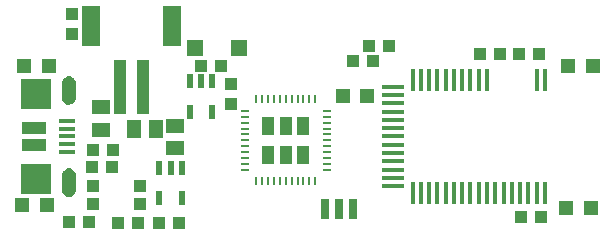
<source format=gbr>
G04 EAGLE Gerber RS-274X export*
G75*
%MOMM*%
%FSLAX34Y34*%
%LPD*%
%INSolderpaste Top*%
%IPPOS*%
%AMOC8*
5,1,8,0,0,1.08239X$1,22.5*%
G01*
%ADD10R,1.500000X1.300000*%
%ADD11R,1.000000X1.100000*%
%ADD12R,1.100000X1.000000*%
%ADD13R,1.200000X1.300000*%
%ADD14R,1.200000X1.200000*%
%ADD15R,0.250000X0.800000*%
%ADD16R,0.800000X0.250000*%
%ADD17R,1.000000X1.500000*%
%ADD18R,1.000000X1.000000*%
%ADD19R,0.700000X1.700000*%
%ADD20R,1.350000X0.400000*%
%ADD21R,2.000000X1.000000*%
%ADD22R,2.500000X2.500000*%
%ADD23R,0.550000X1.200000*%
%ADD24R,1.400000X1.400000*%
%ADD25R,0.450000X1.850000*%
%ADD26R,1.850000X0.450000*%
%ADD27R,1.000000X4.600000*%
%ADD28R,1.600000X3.400000*%
%ADD29R,1.300000X1.500000*%

G36*
X53548Y141173D02*
X53548Y141173D01*
X54822Y141373D01*
X54869Y141390D01*
X54959Y141411D01*
X56155Y141889D01*
X56198Y141916D01*
X56281Y141956D01*
X57341Y142688D01*
X57377Y142724D01*
X57448Y142782D01*
X58319Y143732D01*
X58346Y143774D01*
X58403Y143847D01*
X59040Y144967D01*
X59057Y145014D01*
X59096Y145097D01*
X59469Y146331D01*
X59474Y146381D01*
X59494Y146471D01*
X59583Y147756D01*
X59581Y147776D01*
X59584Y147800D01*
X59584Y158800D01*
X59582Y158815D01*
X59583Y158835D01*
X59522Y159961D01*
X59511Y160008D01*
X59503Y160084D01*
X59222Y161177D01*
X59202Y161221D01*
X59180Y161294D01*
X58692Y162311D01*
X58664Y162350D01*
X58627Y162417D01*
X57950Y163320D01*
X57915Y163353D01*
X57866Y163411D01*
X57026Y164164D01*
X56985Y164190D01*
X56925Y164238D01*
X55954Y164812D01*
X55909Y164829D01*
X55842Y164865D01*
X54777Y165239D01*
X54730Y165247D01*
X54657Y165269D01*
X53540Y165428D01*
X53512Y165427D01*
X53360Y165428D01*
X52244Y165269D01*
X52198Y165254D01*
X52123Y165239D01*
X51058Y164865D01*
X51016Y164841D01*
X50946Y164812D01*
X49975Y164238D01*
X49938Y164206D01*
X49874Y164164D01*
X49034Y163411D01*
X49005Y163374D01*
X48950Y163320D01*
X48273Y162417D01*
X48251Y162374D01*
X48208Y162311D01*
X47720Y161294D01*
X47707Y161247D01*
X47678Y161177D01*
X47397Y160084D01*
X47394Y160036D01*
X47378Y159961D01*
X47317Y158835D01*
X47319Y158819D01*
X47316Y158800D01*
X47316Y147800D01*
X47319Y147785D01*
X47317Y147765D01*
X47378Y146639D01*
X47390Y146592D01*
X47397Y146516D01*
X47678Y145423D01*
X47698Y145379D01*
X47720Y145306D01*
X48208Y144289D01*
X48237Y144250D01*
X48273Y144183D01*
X48950Y143280D01*
X48985Y143247D01*
X49034Y143189D01*
X49874Y142436D01*
X49915Y142410D01*
X49975Y142362D01*
X50946Y141788D01*
X50991Y141771D01*
X51058Y141735D01*
X52123Y141361D01*
X52170Y141353D01*
X52244Y141331D01*
X53360Y141172D01*
X53361Y141172D01*
X53548Y141173D01*
G37*
G36*
X53548Y63173D02*
X53548Y63173D01*
X54822Y63373D01*
X54869Y63390D01*
X54959Y63411D01*
X56155Y63889D01*
X56198Y63916D01*
X56281Y63956D01*
X57341Y64688D01*
X57377Y64724D01*
X57448Y64782D01*
X58319Y65732D01*
X58346Y65774D01*
X58403Y65847D01*
X59040Y66967D01*
X59057Y67014D01*
X59096Y67097D01*
X59469Y68331D01*
X59474Y68381D01*
X59494Y68471D01*
X59583Y69756D01*
X59581Y69776D01*
X59584Y69800D01*
X59584Y80800D01*
X59582Y80815D01*
X59583Y80835D01*
X59522Y81961D01*
X59511Y82008D01*
X59503Y82084D01*
X59222Y83177D01*
X59202Y83221D01*
X59180Y83294D01*
X58692Y84311D01*
X58664Y84350D01*
X58627Y84417D01*
X57950Y85320D01*
X57915Y85353D01*
X57866Y85411D01*
X57026Y86164D01*
X56985Y86190D01*
X56925Y86238D01*
X55954Y86812D01*
X55909Y86829D01*
X55842Y86865D01*
X54777Y87239D01*
X54730Y87247D01*
X54657Y87269D01*
X53540Y87428D01*
X53512Y87427D01*
X53360Y87428D01*
X52244Y87269D01*
X52198Y87254D01*
X52123Y87239D01*
X51058Y86865D01*
X51016Y86841D01*
X50946Y86812D01*
X49975Y86238D01*
X49938Y86206D01*
X49874Y86164D01*
X49034Y85411D01*
X49005Y85374D01*
X48950Y85320D01*
X48273Y84417D01*
X48251Y84374D01*
X48208Y84311D01*
X47720Y83294D01*
X47707Y83247D01*
X47678Y83177D01*
X47397Y82084D01*
X47394Y82036D01*
X47378Y81961D01*
X47317Y80835D01*
X47319Y80819D01*
X47316Y80800D01*
X47316Y69800D01*
X47319Y69785D01*
X47317Y69765D01*
X47378Y68639D01*
X47390Y68592D01*
X47397Y68516D01*
X47678Y67423D01*
X47698Y67379D01*
X47720Y67306D01*
X48208Y66289D01*
X48237Y66250D01*
X48273Y66183D01*
X48950Y65280D01*
X48985Y65247D01*
X49034Y65189D01*
X49874Y64436D01*
X49915Y64410D01*
X49975Y64362D01*
X50946Y63788D01*
X50991Y63771D01*
X51058Y63735D01*
X52123Y63361D01*
X52170Y63353D01*
X52244Y63331D01*
X53360Y63172D01*
X53361Y63172D01*
X53548Y63173D01*
G37*
D10*
X80880Y120090D03*
X80880Y139090D03*
D11*
X190670Y141870D03*
X190670Y158870D03*
D10*
X143660Y123200D03*
X143660Y104200D03*
D12*
X73690Y102680D03*
X90690Y102680D03*
X72998Y88787D03*
X89998Y88787D03*
D13*
X305848Y148286D03*
X285528Y148286D03*
D14*
X15950Y173590D03*
X36950Y173590D03*
D15*
X212182Y76266D03*
X217182Y76266D03*
X222182Y76266D03*
X227182Y76266D03*
X232182Y76266D03*
X237182Y76266D03*
X242182Y76266D03*
X247182Y76266D03*
X252182Y76266D03*
X257182Y76266D03*
X262182Y76266D03*
D16*
X271932Y86016D03*
X271932Y91016D03*
X271932Y96016D03*
X271932Y101016D03*
X271932Y106016D03*
X271932Y111016D03*
X271932Y116016D03*
X271932Y121016D03*
X271932Y126016D03*
X271932Y131016D03*
X271932Y136016D03*
D15*
X262182Y145766D03*
X257182Y145766D03*
X252182Y145766D03*
X247182Y145766D03*
X242182Y145766D03*
X237182Y145766D03*
X232182Y145766D03*
X227182Y145766D03*
X222182Y145766D03*
X217182Y145766D03*
X212182Y145766D03*
D16*
X202432Y136016D03*
X202432Y131016D03*
X202432Y126016D03*
X202432Y121016D03*
X202432Y116016D03*
X202432Y111016D03*
X202432Y106016D03*
X202432Y101016D03*
X202432Y96016D03*
X202432Y91016D03*
X202432Y86016D03*
D17*
X222182Y123516D03*
X237182Y123516D03*
X252182Y123516D03*
X252182Y98516D03*
X237182Y98516D03*
X222182Y98516D03*
D12*
X94878Y40906D03*
X111878Y40906D03*
D11*
X55880Y218050D03*
X55880Y201050D03*
D18*
X73980Y56770D03*
X73980Y72770D03*
X113980Y72770D03*
X113980Y56770D03*
D19*
X294466Y52596D03*
X282466Y52596D03*
X270466Y52596D03*
D20*
X52200Y127300D03*
X52200Y120800D03*
X52200Y114300D03*
X52200Y107800D03*
X52200Y101300D03*
D21*
X24450Y121800D03*
X24450Y106800D03*
D22*
X25450Y150300D03*
X25450Y78300D03*
D23*
X175108Y161083D03*
X165608Y161083D03*
X156108Y161083D03*
X156108Y135081D03*
X175108Y135081D03*
D24*
X197570Y189230D03*
X160570Y189230D03*
D25*
X456560Y162550D03*
X449560Y162550D03*
X407560Y162550D03*
X400560Y162550D03*
X393560Y162550D03*
X386560Y162550D03*
X379560Y162550D03*
X372560Y162550D03*
X365560Y162550D03*
X358560Y162550D03*
X351560Y162550D03*
X344560Y162550D03*
D26*
X328310Y156300D03*
X328310Y149300D03*
X328310Y142300D03*
X328310Y135300D03*
X328310Y128300D03*
X328310Y121300D03*
X328310Y114300D03*
X328310Y107300D03*
X328310Y100300D03*
X328310Y93300D03*
X328310Y86300D03*
X328310Y79300D03*
X328310Y72300D03*
D25*
X344560Y66050D03*
X351560Y66050D03*
X358560Y66050D03*
X365560Y66050D03*
X372560Y66050D03*
X379560Y66050D03*
X386560Y66050D03*
X393560Y66050D03*
X400560Y66050D03*
X407560Y66050D03*
X414560Y66050D03*
X421560Y66050D03*
X428560Y66050D03*
X435560Y66050D03*
X442560Y66050D03*
X449560Y66050D03*
X456560Y66050D03*
D14*
X496910Y173990D03*
X475910Y173990D03*
X495640Y53340D03*
X474640Y53340D03*
D12*
X434730Y184150D03*
X451730Y184150D03*
X436000Y45720D03*
X453000Y45720D03*
X401710Y184150D03*
X418710Y184150D03*
D27*
X96680Y156040D03*
X116680Y156040D03*
D28*
X72680Y208040D03*
X140680Y208040D03*
D23*
X149200Y87931D03*
X139700Y87931D03*
X130200Y87931D03*
X130200Y61929D03*
X149200Y61929D03*
D14*
X34630Y55880D03*
X13630Y55880D03*
D12*
X53730Y41910D03*
X70730Y41910D03*
D29*
X108610Y120650D03*
X127610Y120650D03*
D12*
X146930Y40640D03*
X129930Y40640D03*
X293760Y177800D03*
X310760Y177800D03*
X307730Y190500D03*
X324730Y190500D03*
X182490Y174244D03*
X165490Y174244D03*
M02*

</source>
